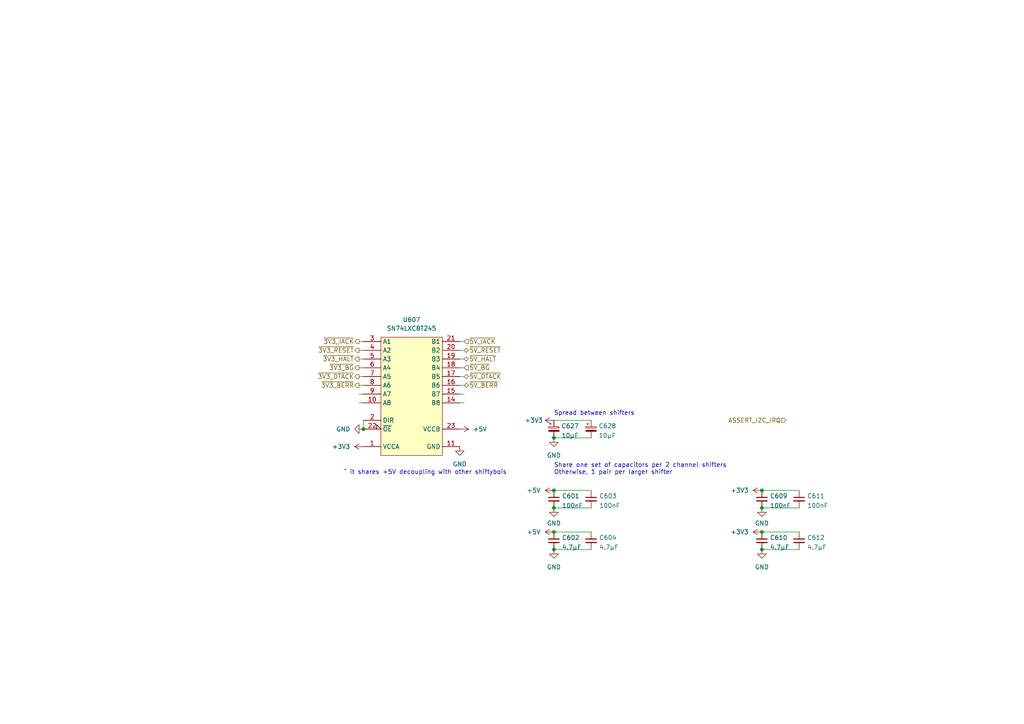
<source format=kicad_sch>
(kicad_sch (version 20211123) (generator eeschema)
  (paper "A4")
  (lib_symbols
    (symbol "68komputer-common:SN74LXC8T245"
      (property "Reference" "U" (at 0 3.81 0))
      (property "Value" "SN74LXC8T245" (at 0 1.27 0))
      (symbol "SN74LXC8T245_0_1"
        (rectangle (start -8.89 -1.27) (end 8.89 -35.56) (stroke (width 0.1524)) (fill (type background)))
      )
      (symbol "SN74LXC8T245_1_1"
        (pin power_in line (at -13.97 -33.02 0) (length 5.08) (name "VCCA") (number "1"))
        (pin tri_state line (at -13.97 -20.32 0) (length 5.08) (name "A8") (number "10"))
        (pin power_in line (at 13.97 -33.02 180) (length 5.08) (name "GND") (number "11"))
        (pin power_in line (at 13.97 -33.02 180) (length 5.08) hide (name "GND") (number "12"))
        (pin power_in line (at 13.97 -33.02 180) (length 5.08) hide (name "GND") (number "13"))
        (pin tri_state line (at 13.97 -20.32 180) (length 5.08) (name "B8") (number "14"))
        (pin tri_state line (at 13.97 -17.78 180) (length 5.08) (name "B7") (number "15"))
        (pin tri_state line (at 13.97 -15.24 180) (length 5.08) (name "B6") (number "16"))
        (pin tri_state line (at 13.97 -12.7 180) (length 5.08) (name "B5") (number "17"))
        (pin tri_state line (at 13.97 -10.16 180) (length 5.08) (name "B4") (number "18"))
        (pin tri_state line (at 13.97 -7.62 180) (length 5.08) (name "B3") (number "19"))
        (pin input line (at -13.97 -25.4 0) (length 5.08) (name "DIR") (number "2"))
        (pin tri_state line (at 13.97 -5.08 180) (length 5.08) (name "B2") (number "20"))
        (pin tri_state line (at 13.97 -2.54 180) (length 5.08) (name "B1") (number "21"))
        (pin input input_low (at -13.97 -27.94 0) (length 5.08) (name "~{OE}") (number "22"))
        (pin power_in line (at 13.97 -27.94 180) (length 5.08) (name "VCCB") (number "23"))
        (pin power_in line (at 13.97 -27.94 180) (length 5.08) hide (name "VCCB") (number "24"))
        (pin tri_state line (at -13.97 -2.54 0) (length 5.08) (name "A1") (number "3"))
        (pin tri_state line (at -13.97 -5.08 0) (length 5.08) (name "A2") (number "4"))
        (pin tri_state line (at -13.97 -7.62 0) (length 5.08) (name "A3") (number "5"))
        (pin tri_state line (at -13.97 -10.16 0) (length 5.08) (name "A4") (number "6"))
        (pin tri_state line (at -13.97 -12.7 0) (length 5.08) (name "A5") (number "7"))
        (pin tri_state line (at -13.97 -15.24 0) (length 5.08) (name "A6") (number "8"))
        (pin tri_state line (at -13.97 -17.78 0) (length 5.08) (name "A7") (number "9"))
      )
    )
    (symbol "Device:C_Polarized_Small" (pin_numbers hide) (pin_names (offset 0.254) hide)
      (property "Reference" "C" (at 0.254 1.778 0))
      (property "Value" "C_Polarized_Small" (at 0.254 -2.032 0))
      (symbol "C_Polarized_Small_0_1"
        (rectangle (start -1.524 -0.3048) (end 1.524 -0.6858) (fill (type outline)))
        (rectangle (start -1.524 0.6858) (end 1.524 0.3048))
        (polyline (pts (xy -1.27 1.524) (xy -0.762 1.524)))
        (polyline (pts (xy -1.016 1.27) (xy -1.016 1.778)))
      )
      (symbol "C_Polarized_Small_1_1"
        (pin passive line (at 0 2.54 270) (length 1.8542) (name "~") (number "1"))
        (pin passive line (at 0 -2.54 90) (length 1.8542) (name "~") (number "2"))
      )
    )
    (symbol "Device:C_Small" (pin_numbers hide) (pin_names (offset 0.254) hide)
      (property "Reference" "C" (at 0.254 1.778 0))
      (property "Value" "C_Small" (at 0.254 -2.032 0))
      (symbol "C_Small_0_1"
        (polyline (pts (xy -1.524 -0.508) (xy 1.524 -0.508)) (stroke (width 0.3302)))
        (polyline (pts (xy -1.524 0.508) (xy 1.524 0.508)) (stroke (width 0.3048)))
      )
      (symbol "C_Small_1_1"
        (pin passive line (at 0 2.54 270) (length 2.032) (name "~") (number "1"))
        (pin passive line (at 0 -2.54 90) (length 2.032) (name "~") (number "2"))
      )
    )
    (symbol "power:+3V3" (power) (pin_names (offset 0))
      (property "Value" "+3V3" (at 0 3.556 0))
      (symbol "+3V3_0_1"
        (polyline (pts (xy -0.762 1.27) (xy 0 2.54)))
        (polyline (pts (xy 0 0) (xy 0 2.54)))
        (polyline (pts (xy 0 2.54) (xy 0.762 1.27)))
      )
      (symbol "+3V3_1_1"
        (pin power_in line (at 0 0 90) (length 0) hide (name "+3V3") (number "1"))
      )
    )
    (symbol "power:+5V" (power) (pin_names (offset 0))
      (property "Value" "+5V" (at 0 3.556 0))
      (symbol "+5V_0_1"
        (polyline (pts (xy -0.762 1.27) (xy 0 2.54)))
        (polyline (pts (xy 0 0) (xy 0 2.54)))
        (polyline (pts (xy 0 2.54) (xy 0.762 1.27)))
      )
      (symbol "+5V_1_1"
        (pin power_in line (at 0 0 90) (length 0) hide (name "+5V") (number "1"))
      )
    )
    (symbol "power:GND" (power) (pin_names (offset 0))
      (property "Value" "GND" (at 0 -3.81 0))
      (symbol "GND_0_1"
        (polyline (pts (xy 0 0) (xy 0 -1.27) (xy 1.27 -1.27) (xy 0 -2.54) (xy -1.27 -1.27) (xy 0 -1.27)))
      )
      (symbol "GND_1_1"
        (pin power_in line (at 0 0 270) (length 0) hide (name "GND") (number "1"))
      )
    )
  )
  (junction (at 160.655 147.32))
  (junction (at 220.98 154.305))
  (junction (at 160.655 159.385))
  (junction (at 160.655 127))
  (junction (at 220.98 147.32))
  (junction (at 160.655 142.24))
  (junction (at 105.41 124.46))
  (junction (at 220.98 159.385))
  (junction (at 220.98 142.24))
  (junction (at 160.655 154.305))
  (wire (pts (xy 133.35 114.3) (xy 134.62 114.3)))
  (wire (pts (xy 160.655 147.32) (xy 171.45 147.32)))
  (wire (pts (xy 104.14 114.3) (xy 105.41 114.3)))
  (wire (pts (xy 104.14 116.84) (xy 105.41 116.84)))
  (wire (pts (xy 160.655 127) (xy 171.45 127)))
  (wire (pts (xy 105.41 121.92) (xy 105.41 124.46)))
  (wire (pts (xy 220.98 154.305) (xy 231.775 154.305)))
  (wire (pts (xy 133.35 99.06) (xy 134.62 99.06)))
  (wire (pts (xy 104.14 106.68) (xy 105.41 106.68)))
  (wire (pts (xy 104.14 104.14) (xy 105.41 104.14)))
  (wire (pts (xy 104.14 99.06) (xy 105.41 99.06)))
  (wire (pts (xy 220.98 159.385) (xy 231.775 159.385)))
  (wire (pts (xy 133.35 104.14) (xy 134.62 104.14)))
  (wire (pts (xy 133.35 116.84) (xy 134.62 116.84)))
  (wire (pts (xy 160.655 154.305) (xy 171.45 154.305)))
  (wire (pts (xy 133.35 109.22) (xy 134.62 109.22)))
  (wire (pts (xy 220.98 147.32) (xy 231.775 147.32)))
  (wire (pts (xy 160.655 159.385) (xy 171.45 159.385)))
  (wire (pts (xy 220.98 142.24) (xy 231.775 142.24)))
  (wire (pts (xy 104.14 111.76) (xy 105.41 111.76)))
  (wire (pts (xy 133.35 111.76) (xy 134.62 111.76)))
  (wire (pts (xy 104.14 109.22) (xy 105.41 109.22)))
  (wire (pts (xy 133.35 106.68) (xy 134.62 106.68)))
  (wire (pts (xy 104.14 101.6) (xy 105.41 101.6)))
  (wire (pts (xy 160.655 142.24) (xy 171.45 142.24)))
  (wire (pts (xy 160.655 121.92) (xy 171.45 121.92)))
  (wire (pts (xy 133.35 101.6) (xy 134.62 101.6)))
  (text "Spread between shifters" (at 160.655 120.65 0) (effects (font (size 1.27 1.27)) (justify left bottom)))
  (text "Share one set of capacitors per 2 channel shifters\nOtherwise, 1 pair per larger shifter" (at 160.655 137.795 0) (effects (font (size 1.27 1.27)) (justify left bottom)))
  (text "^ it shares +5V decoupling with other shiftybois" (at 99.695 137.795 0) (effects (font (size 1.27 1.27)) (justify left bottom)))
  (hierarchical_label "~{3V3_HALT}" (shape output) (at 104.14 104.14 180))
  (hierarchical_label "~{5V_HALT}" (shape bidirectional) (at 134.62 104.14 0))
  (hierarchical_label "~{5V_BERR}" (shape bidirectional) (at 134.62 111.76 0))
  (hierarchical_label "ASSERT_I2C_IRQ" (shape input) (at 227.965 121.92 180))
  (hierarchical_label "~{5V_IACK}" (shape input) (at 134.62 99.06 0))
  (hierarchical_label "~{3V3_RESET}" (shape output) (at 104.14 101.6 180))
  (hierarchical_label "~{3V3_IACK}" (shape output) (at 104.14 99.06 180))
  (hierarchical_label "~{3V3_BG}" (shape output) (at 104.14 106.68 180))
  (hierarchical_label "~{3V3_DTACK}" (shape output) (at 104.14 109.22 180))
  (hierarchical_label "~{5V_BG}" (shape input) (at 134.62 106.68 0))
  (hierarchical_label "~{3V3_BERR}" (shape output) (at 104.14 111.76 180))
  (hierarchical_label "~{5V_DTACK}" (shape bidirectional) (at 134.62 109.22 0))
  (hierarchical_label "~{5V_RESET}" (shape bidirectional) (at 134.62 101.6 0))
  (symbol (lib_id "Device:C_Small") (at 160.655 156.845 0) (unit 1)
    (property "Reference" "C602" (at 162.9791 155.9365 0) (effects (justify left)))
    (property "Value" "4.7µF" (at 162.9791 158.7116 0) (effects (justify left)))
    (property "Footprint" "Capacitor_SMD:C_0805_2012Metric" (effects hide))
  )
  (symbol (lib_id "power:GND") (at 220.98 159.385 0) (unit 1)
    (property "Reference" "#PWR0631" (effects hide))
    (property "Value" "GND" (at 220.98 164.465 0))
  )
  (symbol (lib_id "Device:C_Small") (at 171.45 144.78 0) (unit 1)
    (property "Reference" "C603" (at 173.7741 143.8715 0) (effects (justify left)))
    (property "Value" "100nF" (at 173.7741 146.6466 0) (effects (justify left)))
    (property "Footprint" "Capacitor_SMD:C_0805_2012Metric" (effects hide))
  )
  (symbol (lib_id "Device:C_Small") (at 231.775 156.845 0) (unit 1)
    (property "Reference" "C612" (at 234.0991 155.9365 0) (effects (justify left)))
    (property "Value" "4.7µF" (at 234.0991 158.7116 0) (effects (justify left)))
    (property "Footprint" "Capacitor_SMD:C_0805_2012Metric" (effects hide))
  )
  (symbol (lib_id "power:+5V") (at 133.35 124.46 270) (unit 1)
    (property "Reference" "#PWR0621" (effects hide))
    (property "Value" "+5V" (at 137.16 124.4599 90) (effects (justify left)))
  )
  (symbol (lib_id "power:GND") (at 160.655 127 0) (unit 1)
    (property "Reference" "#PWR0657" (effects hide))
    (property "Value" "GND" (at 160.655 132.08 0))
  )
  (symbol (lib_id "Device:C_Polarized_Small") (at 160.655 124.46 0) (unit 1)
    (property "Reference" "C627" (at 162.814 123.5515 0) (effects (justify left)))
    (property "Value" "10µF" (at 162.814 126.3266 0) (effects (justify left)))
    (property "Footprint" "Capacitor_Tantalum_SMD:CP_EIA-3528-21_Kemet-B" (effects hide))
    (property "MPN" "TAJB106K025SNJ" (effects hide))
  )
  (symbol (lib_id "power:+3V3") (at 220.98 142.24 90) (unit 1)
    (property "Reference" "#PWR0628" (effects hide))
    (property "Value" "+3V3" (at 217.17 142.2399 90) (effects (justify left)))
  )
  (symbol (lib_id "Device:C_Small") (at 160.655 144.78 0) (unit 1)
    (property "Reference" "C601" (at 162.9791 143.8715 0) (effects (justify left)))
    (property "Value" "100nF" (at 162.9791 146.6466 0) (effects (justify left)))
    (property "Footprint" "Capacitor_SMD:C_0805_2012Metric" (effects hide))
  )
  (symbol (lib_id "Device:C_Small") (at 231.775 144.78 0) (unit 1)
    (property "Reference" "C611" (at 234.0991 143.8715 0) (effects (justify left)))
    (property "Value" "100nF" (at 234.0991 146.6466 0) (effects (justify left)))
    (property "Footprint" "Capacitor_SMD:C_0805_2012Metric" (effects hide))
  )
  (symbol (lib_id "Device:C_Polarized_Small") (at 171.45 124.46 0) (unit 1)
    (property "Reference" "C628" (at 173.609 123.5515 0) (effects (justify left)))
    (property "Value" "10µF" (at 173.609 126.3266 0) (effects (justify left)))
    (property "Footprint" "Capacitor_Tantalum_SMD:CP_EIA-3528-21_Kemet-B" (effects hide))
    (property "MPN" "TAJB106K025SNJ" (effects hide))
  )
  (symbol (lib_id "power:GND") (at 160.655 147.32 0) (unit 1)
    (property "Reference" "#PWR0625" (effects hide))
    (property "Value" "GND" (at 160.655 151.765 0))
  )
  (symbol (lib_id "power:+3V3") (at 160.655 121.92 90) (unit 1)
    (property "Reference" "#PWR0656" (effects hide))
    (property "Value" "+3V3" (at 157.48 121.9199 90) (effects (justify left)))
  )
  (symbol (lib_id "power:GND") (at 220.98 147.32 0) (unit 1)
    (property "Reference" "#PWR0629" (effects hide))
    (property "Value" "GND" (at 220.98 151.765 0))
  )
  (symbol (lib_id "power:GND") (at 105.41 124.46 270) (unit 1)
    (property "Reference" "#PWR0615" (effects hide))
    (property "Value" "GND" (at 101.6 124.4599 90) (effects (justify right)))
  )
  (symbol (lib_id "Device:C_Small") (at 220.98 144.78 0) (unit 1)
    (property "Reference" "C609" (at 223.3041 143.8715 0) (effects (justify left)))
    (property "Value" "100nF" (at 223.3041 146.6466 0) (effects (justify left)))
    (property "Footprint" "Capacitor_SMD:C_0805_2012Metric" (effects hide))
  )
  (symbol (lib_id "Device:C_Small") (at 171.45 156.845 0) (unit 1)
    (property "Reference" "C604" (at 173.7741 155.9365 0) (effects (justify left)))
    (property "Value" "4.7µF" (at 173.7741 158.7116 0) (effects (justify left)))
    (property "Footprint" "Capacitor_SMD:C_0805_2012Metric" (effects hide))
  )
  (symbol (lib_id "power:+3V3") (at 220.98 154.305 90) (unit 1)
    (property "Reference" "#PWR0630" (effects hide))
    (property "Value" "+3V3" (at 217.17 154.3049 90) (effects (justify left)))
  )
  (symbol (lib_id "Device:C_Small") (at 220.98 156.845 0) (unit 1)
    (property "Reference" "C610" (at 223.3041 155.9365 0) (effects (justify left)))
    (property "Value" "4.7µF" (at 223.3041 158.7116 0) (effects (justify left)))
    (property "Footprint" "Capacitor_SMD:C_0805_2012Metric" (effects hide))
  )
  (symbol (lib_id "power:GND") (at 160.655 159.385 0) (unit 1)
    (property "Reference" "#PWR0627" (effects hide))
    (property "Value" "GND" (at 160.655 164.465 0))
  )
  (symbol (lib_id "power:+5V") (at 160.655 154.305 90) (unit 1)
    (property "Reference" "#PWR0626" (effects hide))
    (property "Value" "+5V" (at 156.845 154.3049 90) (effects (justify left)))
  )
  (symbol (lib_id "power:GND") (at 133.35 129.54 0) (unit 1)
    (property "Reference" "#PWR0622" (effects hide))
    (property "Value" "GND" (at 133.35 134.62 0))
  )
  (symbol (lib_id "power:+5V") (at 160.655 142.24 90) (unit 1)
    (property "Reference" "#PWR0624" (effects hide))
    (property "Value" "+5V" (at 156.845 142.2399 90) (effects (justify left)))
  )
  (symbol (lib_id "68komputer-common:SN74LXC8T245") (at 119.38 96.52 0) (unit 1)
    (property "Reference" "U607" (at 119.38 92.71 0))
    (property "Value" "SN74LXC8T245" (at 119.38 95.25 0))
    (property "Footprint" "Package_SO:TSSOP-24_4.4x7.8mm_P0.65mm" (effects hide))
    (property "Datasheet" "https://www.ti.com/lit/ds/symlink/sn74lxc8t245.pdf" (effects hide))
  )
  (symbol (lib_id "power:+3V3") (at 105.41 129.54 90) (unit 1)
    (property "Reference" "#PWR0616" (effects hide))
    (property "Value" "+3V3" (at 101.6 129.5399 90) (effects (justify left)))
  )
)
</source>
